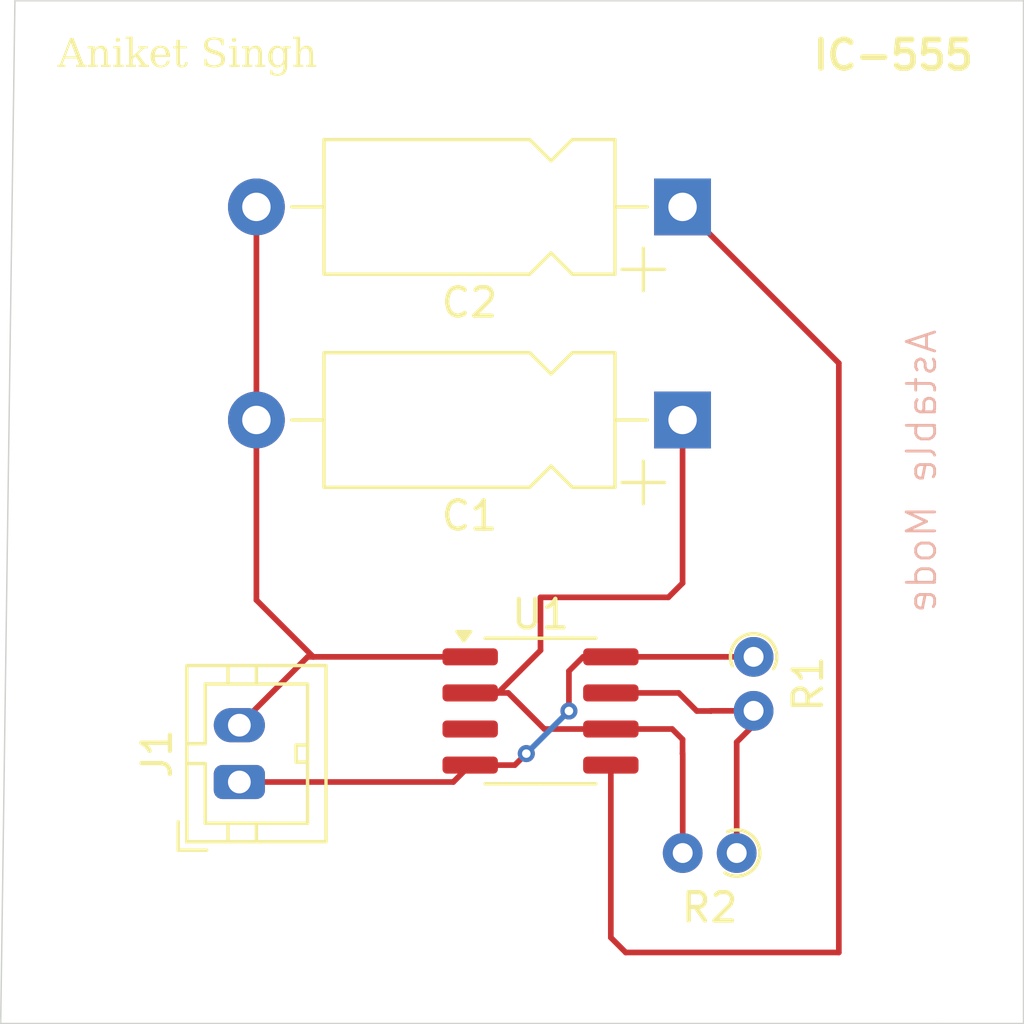
<source format=kicad_pcb>
(kicad_pcb (version 20240108) (generator "pcbnew") (generator_version "8.0")
  (title_block (title "IC-555") (date "2024-12-24") (company "Aniket Singh") (comment 1 "Astable Mode"))
  (layers (0 "F.Cu" signal) (31 "B.Cu" signal) (34 "B.Paste" user) (35 "F.Paste" user) (36 "B.SilkS" user "B.Silkscreen") (37 "F.SilkS" user "F.Silkscreen") (38 "B.Mask" user) (39 "F.Mask" user) (44 "Edge.Cuts" user))
  (net 0 "")
  (net 1 "GND")
  (net 2 "Net-(U1-THR)")
  (net 3 "Net-(U1-CV)")
  (net 4 "VCC")
  (net 5 "Net-(U1-DIS)")
  (footprint "Connector_TE-Connectivity:TE_440054-2_1x02_P2.00mm_Vertical" (layer "F.Cu") (at 130.4 90.5 90)
    (property "Reference" "J1" (at 1 -2.9 90) (layer "F.SilkS"))
    (property "Value" "Conn_01x02_Pin")
    (fp_line (start -2.4 -2.15) (end -1.4 -2.15) (stroke (width 0.12)) (layer "F.SilkS"))
    (fp_line (start -2.4 -2.15) (end -2.4 -1.15) (stroke (width 0.12)) (layer "F.SilkS"))
    (fp_line (start 1.35 -1.85) (end 1.35 -1.2) (stroke (width 0.12)) (layer "F.SilkS"))
    (fp_line (start 0.65 -1.85) (end 0.65 -1.2) (stroke (width 0.12)) (layer "F.SilkS"))
    (fp_line (start 3.45 -1.2) (end 1.35 -1.2) (stroke (width 0.12)) (layer "F.SilkS"))
    (fp_line (start 3.45 -1.2) (end 3.45 2.4) (stroke (width 0.12)) (layer "F.SilkS"))
    (fp_line (start -1.45 -1.2) (end 0.65 -1.2) (stroke (width 0.12)) (layer "F.SilkS"))
    (fp_line (start 3.45 -0.4) (end 4.1 -0.4) (stroke (width 0.12)) (layer "F.SilkS"))
    (fp_line (start -2.1 -0.4) (end -1.45 -0.4) (stroke (width 0.12)) (layer "F.SilkS"))
    (fp_line (start 3.45 0.6) (end 4.1 0.6) (stroke (width 0.12)) (layer "F.SilkS"))
    (fp_line (start -2.1 0.6) (end -1.45 0.6) (stroke (width 0.12)) (layer "F.SilkS"))
    (fp_line (start 1.3 2) (end 1.3 2.4) (stroke (width 0.12)) (layer "F.SilkS"))
    (fp_line (start 0.7 2) (end 1.3 2) (stroke (width 0.12)) (layer "F.SilkS"))
    (fp_line (start 3.45 2.4) (end -1.45 2.4) (stroke (width 0.12)) (layer "F.SilkS"))
    (fp_line (start 0.7 2.4) (end 0.7 2) (stroke (width 0.12)) (layer "F.SilkS"))
    (fp_line (start -1.45 2.4) (end -1.45 -1.2) (stroke (width 0.12)) (layer "F.SilkS"))
    (fp_rect (start -2.1 -1.85) (end 4.1 3.05) (stroke (width 0.12)) (fill none) (layer "F.SilkS"))
    (pad "1" thru_hole roundrect (at 0 0 90) (size 1.2 1.8) (drill 0.8) (layers "*.Cu" "*.Mask") (net 4 "VCC"))
    (pad "2" thru_hole oval (at 2 0 90) (size 1.2 1.8) (drill 0.8) (layers "*.Cu" "*.Mask") (net 1 "GND"))
  )
  (footprint "Package_SO:SOIC-8_3.9x4.9mm_P1.27mm" (layer "F.Cu") (at 141 88)
    (property "Reference" "U1" (at 0 -3.4 0) (layer "F.SilkS"))
    (property "Value" "LM555xM")
    (fp_line (start 0 -2.56) (end -1.95 -2.56) (stroke (width 0.12)) (layer "F.SilkS"))
    (fp_line (start 0 -2.56) (end 1.95 -2.56) (stroke (width 0.12)) (layer "F.SilkS"))
    (fp_line (start 0 2.56) (end -1.95 2.56) (stroke (width 0.12)) (layer "F.SilkS"))
    (fp_line (start 0 2.56) (end 1.95 2.56) (stroke (width 0.12)) (layer "F.SilkS"))
    (fp_poly (pts (xy -2.7 -2.465) (xy -2.94 -2.795) (xy -2.46 -2.795) (xy -2.7 -2.465)) (stroke (width 0.12)) (fill solid) (layer "F.SilkS"))
    (pad "1" smd roundrect (at -2.475 -1.905) (size 1.95 0.6) (layers "F.Cu" "F.Paste" "F.Mask") (net 1 "GND"))
    (pad "2" smd roundrect (at -2.475 -0.635) (size 1.95 0.6) (layers "F.Cu" "F.Paste" "F.Mask") (net 2 "Net-(U1-THR)"))
    (pad "3" smd roundrect (at -2.475 0.635) (size 1.95 0.6) (layers "F.Cu" "F.Paste" "F.Mask"))
    (pad "4" smd roundrect (at -2.475 1.905) (size 1.95 0.6) (layers "F.Cu" "F.Paste" "F.Mask") (net 4 "VCC"))
    (pad "5" smd roundrect (at 2.475 1.905) (size 1.95 0.6) (layers "F.Cu" "F.Paste" "F.Mask") (net 3 "Net-(U1-CV)"))
    (pad "6" smd roundrect (at 2.475 0.635) (size 1.95 0.6) (layers "F.Cu" "F.Paste" "F.Mask") (net 2 "Net-(U1-THR)"))
    (pad "7" smd roundrect (at 2.475 -0.635) (size 1.95 0.6) (layers "F.Cu" "F.Paste" "F.Mask") (net 5 "Net-(U1-DIS)"))
    (pad "8" smd roundrect (at 2.475 -1.905) (size 1.95 0.6) (layers "F.Cu" "F.Paste" "F.Mask") (net 4 "VCC"))
  )
  (footprint "Capacitor_THT:CP_Axial_L10.0mm_D4.5mm_P15.00mm_Horizontal" (layer "F.Cu") (at 146 77.7575 180)
    (property "Reference" "C1" (at 7.5 -3.37 360) (layer "F.SilkS"))
    (property "Value" "C")
    (fp_line (start 13.76 0) (end 12.62 0) (stroke (width 0.12)) (layer "F.SilkS"))
    (fp_line (start 12.62 -2.37) (end 12.62 2.37) (stroke (width 0.12)) (layer "F.SilkS"))
    (fp_line (start 5.38 2.37) (end 12.62 2.37) (stroke (width 0.12)) (layer "F.SilkS"))
    (fp_line (start 5.38 -2.37) (end 12.62 -2.37) (stroke (width 0.12)) (layer "F.SilkS"))
    (fp_line (start 4.63 1.62) (end 5.38 2.37) (stroke (width 0.12)) (layer "F.SilkS"))
    (fp_line (start 4.63 -1.62) (end 5.38 -2.37) (stroke (width 0.12)) (layer "F.SilkS"))
    (fp_line (start 3.88 2.37) (end 4.63 1.62) (stroke (width 0.12)) (layer "F.SilkS"))
    (fp_line (start 3.88 -2.37) (end 4.63 -1.62) (stroke (width 0.12)) (layer "F.SilkS"))
    (fp_line (start 2.38 2.37) (end 3.88 2.37) (stroke (width 0.12)) (layer "F.SilkS"))
    (fp_line (start 2.38 -2.37) (end 3.88 -2.37) (stroke (width 0.12)) (layer "F.SilkS"))
    (fp_line (start 2.38 -2.37) (end 2.38 2.37) (stroke (width 0.12)) (layer "F.SilkS"))
    (fp_line (start 1.38 -2.95) (end 1.38 -1.45) (stroke (width 0.12)) (layer "F.SilkS"))
    (fp_line (start 1.24 0) (end 2.38 0) (stroke (width 0.12)) (layer "F.SilkS"))
    (fp_line (start 0.63 -2.2) (end 2.13 -2.2) (stroke (width 0.12)) (layer "F.SilkS"))
    (pad "1" thru_hole rect (at 0 0 180) (size 2 2) (drill 1) (layers "*.Cu" "*.Mask") (net 2 "Net-(U1-THR)"))
    (pad "2" thru_hole oval (at 15 0 180) (size 2 2) (drill 1) (layers "*.Cu" "*.Mask") (net 1 "GND"))
  )
  (footprint "Resistor_THT:R_Axial_DIN0204_L3.6mm_D1.6mm_P1.90mm_Vertical" (layer "F.Cu") (at 147.905 93 180)
    (property "Reference" "R2" (at 0.95 -1.92 360) (layer "F.SilkS"))
    (property "Value" "R")
    (fp_arc (start 0.320095 0.749359) (mid -0.813042 -0.054435) (end 0.417133 -0.7) (stroke (width 0.12)) (layer "F.SilkS"))
    (pad "1" thru_hole circle (at 0 0 180) (size 1.4 1.4) (drill 0.7) (layers "*.Cu" "*.Mask") (net 5 "Net-(U1-DIS)"))
    (pad "2" thru_hole oval (at 1.9 0 180) (size 1.4 1.4) (drill 0.7) (layers "*.Cu" "*.Mask") (net 2 "Net-(U1-THR)"))
  )
  (footprint "Resistor_THT:R_Axial_DIN0204_L3.6mm_D1.6mm_P1.90mm_Vertical" (layer "F.Cu") (at 148.5 86.095 -90)
    (property "Reference" "R1" (at 0.95 -1.92 90) (layer "F.SilkS"))
    (property "Value" "R")
    (fp_arc (start 0.320095 0.749359) (mid -0.813042 -0.054435) (end 0.417133 -0.7) (stroke (width 0.12)) (layer "F.SilkS"))
    (pad "1" thru_hole circle (at 0 0 270) (size 1.4 1.4) (drill 0.7) (layers "*.Cu" "*.Mask") (net 4 "VCC"))
    (pad "2" thru_hole oval (at 1.9 0 270) (size 1.4 1.4) (drill 0.7) (layers "*.Cu" "*.Mask") (net 5 "Net-(U1-DIS)"))
  )
  (footprint "Capacitor_THT:CP_Axial_L10.0mm_D4.5mm_P15.00mm_Horizontal" (layer "F.Cu") (at 146 70.2575 180)
    (property "Reference" "C2" (at 7.5 -3.37 360) (layer "F.SilkS"))
    (property "Value" "C")
    (fp_line (start 13.76 0) (end 12.62 0) (stroke (width 0.12)) (layer "F.SilkS"))
    (fp_line (start 12.62 -2.37) (end 12.62 2.37) (stroke (width 0.12)) (layer "F.SilkS"))
    (fp_line (start 5.38 2.37) (end 12.62 2.37) (stroke (width 0.12)) (layer "F.SilkS"))
    (fp_line (start 5.38 -2.37) (end 12.62 -2.37) (stroke (width 0.12)) (layer "F.SilkS"))
    (fp_line (start 4.63 1.62) (end 5.38 2.37) (stroke (width 0.12)) (layer "F.SilkS"))
    (fp_line (start 4.63 -1.62) (end 5.38 -2.37) (stroke (width 0.12)) (layer "F.SilkS"))
    (fp_line (start 3.88 2.37) (end 4.63 1.62) (stroke (width 0.12)) (layer "F.SilkS"))
    (fp_line (start 3.88 -2.37) (end 4.63 -1.62) (stroke (width 0.12)) (layer "F.SilkS"))
    (fp_line (start 2.38 2.37) (end 3.88 2.37) (stroke (width 0.12)) (layer "F.SilkS"))
    (fp_line (start 2.38 -2.37) (end 3.88 -2.37) (stroke (width 0.12)) (layer "F.SilkS"))
    (fp_line (start 2.38 -2.37) (end 2.38 2.37) (stroke (width 0.12)) (layer "F.SilkS"))
    (fp_line (start 1.38 -2.95) (end 1.38 -1.45) (stroke (width 0.12)) (layer "F.SilkS"))
    (fp_line (start 1.24 0) (end 2.38 0) (stroke (width 0.12)) (layer "F.SilkS"))
    (fp_line (start 0.63 -2.2) (end 2.13 -2.2) (stroke (width 0.12)) (layer "F.SilkS"))
    (pad "1" thru_hole rect (at 0 0 180) (size 2 2) (drill 1) (layers "*.Cu" "*.Mask") (net 3 "Net-(U1-CV)"))
    (pad "2" thru_hole oval (at 15 0 180) (size 2 2) (drill 1) (layers "*.Cu" "*.Mask") (net 1 "GND"))
  )
  (gr_line (start 122 99) (end 155 99) (stroke (width 0.05)) (layer "Edge.Cuts"))
  (gr_line (start 122.5 63) (end 122 99) (stroke (width 0.05)) (layer "Edge.Cuts"))
  (gr_line (start 158 99) (end 155 99) (stroke (width 0.05)) (layer "Edge.Cuts"))
  (gr_line (start 158 63) (end 158 99) (stroke (width 0.05)) (layer "Edge.Cuts"))
  (gr_line (start 122.5 63) (end 158 63) (stroke (width 0.05)) (layer "Edge.Cuts"))
  (gr_text "Astable Mode" (at 155 74.5 90) (layer "B.SilkS") (effects (font (size 1 1) (thickness 0.1)) (justify left bottom mirror)))
  (gr_text "Aniket Singh" (at 124 65.5 0) (layer "F.SilkS") (effects (font (size 1 1) (thickness 0.1)) (justify left bottom)))
  (gr_text "IC-555" (at 150.5 65.5 0) (layer "F.SilkS") (effects (font (size 1 1) (thickness 0.2) (bold yes)) (justify left bottom)))
  (segment (start 131 84.095) (end 133 86.095) (width 0.2) (layer "F.Cu") (net 1))
  (segment (start 133 86.095) (end 138.525 86.095) (width 0.2) (layer "F.Cu") (net 1))
  (segment (start 131 77.7575) (end 131 84.095) (width 0.2) (layer "F.Cu") (net 1))
  (segment (start 132.805 86.095) (end 133 86.095) (width 0.2) (layer "F.Cu") (net 1))
  (segment (start 130.4 88.5) (end 132.805 86.095) (width 0.2) (layer "F.Cu") (net 1))
  (segment (start 131 70.2575) (end 131 77.7575) (width 0.2) (layer "F.Cu") (net 1))
  (segment (start 139.865 87.365) (end 141.135 88.635) (width 0.2) (layer "F.Cu") (net 2))
  (segment (start 141 85.864999) (end 141 84) (width 0.2) (layer "F.Cu") (net 2))
  (segment (start 146 89) (end 146 89.5) (width 0.2) (layer "F.Cu") (net 2))
  (segment (start 146 89.5) (end 146.005 89.505) (width 0.2) (layer "F.Cu") (net 2))
  (segment (start 141.135 88.635) (end 143.475 88.635) (width 0.2) (layer "F.Cu") (net 2))
  (segment (start 146.005 89.505) (end 146.005 93) (width 0.2) (layer "F.Cu") (net 2))
  (segment (start 139.499999 87.365) (end 141 85.864999) (width 0.2) (layer "F.Cu") (net 2))
  (segment (start 145.635 88.635) (end 146 89) (width 0.2) (layer "F.Cu") (net 2))
  (segment (start 138.525 87.365) (end 139.865 87.365) (width 0.2) (layer "F.Cu") (net 2))
  (segment (start 146 83.5) (end 146 77.7575) (width 0.2) (layer "F.Cu") (net 2))
  (segment (start 138.525 87.365) (end 139.499999 87.365) (width 0.2) (layer "F.Cu") (net 2))
  (segment (start 143.475 88.635) (end 145.635 88.635) (width 0.2) (layer "F.Cu") (net 2))
  (segment (start 141 84) (end 145.5 84) (width 0.2) (layer "F.Cu") (net 2))
  (segment (start 145.5 84) (end 146 83.5) (width 0.2) (layer "F.Cu") (net 2))
  (segment (start 151.5 96.5) (end 151.5 75.7575) (width 0.2) (layer "F.Cu") (net 3))
  (segment (start 144 96.5) (end 151.5 96.5) (width 0.2) (layer "F.Cu") (net 3))
  (segment (start 151.5 75.7575) (end 146 70.2575) (width 0.2) (layer "F.Cu") (net 3))
  (segment (start 143.475 89.905) (end 143.475 95.975) (width 0.2) (layer "F.Cu") (net 3))
  (segment (start 143.475 95.975) (end 144 96.5) (width 0.2) (layer "F.Cu") (net 3))
  (segment (start 142 88) (end 142 86.595001) (width 0.2) (layer "F.Cu") (net 4))
  (segment (start 137.93 90.5) (end 138.525 89.905) (width 0.2) (layer "F.Cu") (net 4))
  (segment (start 138.525 89.905) (end 140.095 89.905) (width 0.2) (layer "F.Cu") (net 4))
  (segment (start 140.095 89.905) (end 140.5 89.5) (width 0.2) (layer "F.Cu") (net 4))
  (segment (start 142.500001 86.095) (end 143.475 86.095) (width 0.2) (layer "F.Cu") (net 4))
  (segment (start 142 86.595001) (end 142.500001 86.095) (width 0.2) (layer "F.Cu") (net 4))
  (segment (start 143.475 86.095) (end 148.5 86.095) (width 0.2) (layer "F.Cu") (net 4))
  (segment (start 130.4 90.5) (end 137.93 90.5) (width 0.2) (layer "F.Cu") (net 4))
  (via (at 142 88) (size 0.6) (drill 0.3) (layers "F.Cu" "B.Cu") (net 4))
  (via (at 140.5 89.5) (size 0.6) (drill 0.3) (layers "F.Cu" "B.Cu") (net 4))
  (segment (start 140.5 89.5) (end 142 88) (width 0.2) (layer "B.Cu") (net 4))
  (segment (start 147.905 89.095) (end 147.905 93) (width 0.2) (layer "F.Cu") (net 5))
  (segment (start 148.5 87.995) (end 148.5 88.5) (width 0.2) (layer "F.Cu") (net 5))
  (segment (start 148.5 88.5) (end 147.905 89.095) (width 0.2) (layer "F.Cu") (net 5))
  (segment (start 146.5 88) (end 147 88) (width 0.2) (layer "F.Cu") (net 5))
  (segment (start 145.865 87.365) (end 146.5 88) (width 0.2) (layer "F.Cu") (net 5))
  (segment (start 143.475 87.365) (end 145.865 87.365) (width 0.2) (layer "F.Cu") (net 5))
  (segment (start 147.005 87.995) (end 148.5 87.995) (width 0.2) (layer "F.Cu") (net 5))
  (segment (start 147 88) (end 147.005 87.995) (width 0.2) (layer "F.Cu") (net 5))
)
</source>
